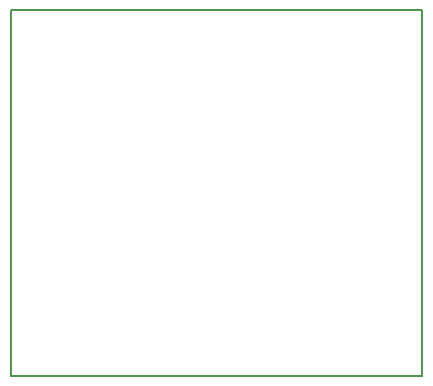
<source format=gm1>
G04 #@! TF.GenerationSoftware,KiCad,Pcbnew,5.0.0-rc2-unknown-c49a439~65~ubuntu18.04.1*
G04 #@! TF.CreationDate,2018-05-29T22:21:52+02:00*
G04 #@! TF.ProjectId,E73_breakout,4537335F627265616B6F75742E6B6963,rev?*
G04 #@! TF.SameCoordinates,Original*
G04 #@! TF.FileFunction,Profile,NP*
%FSLAX46Y46*%
G04 Gerber Fmt 4.6, Leading zero omitted, Abs format (unit mm)*
G04 Created by KiCad (PCBNEW 5.0.0-rc2-unknown-c49a439~65~ubuntu18.04.1) date Tue May 29 22:21:52 2018*
%MOMM*%
%LPD*%
G01*
G04 APERTURE LIST*
%ADD10C,0.150000*%
G04 APERTURE END LIST*
D10*
X217781578Y-93236702D02*
X217781578Y-124224702D01*
X182983578Y-93236702D02*
X217781578Y-93236702D01*
X182983578Y-124224702D02*
X182983578Y-93236702D01*
X217781578Y-124224702D02*
X182983578Y-124224702D01*
M02*

</source>
